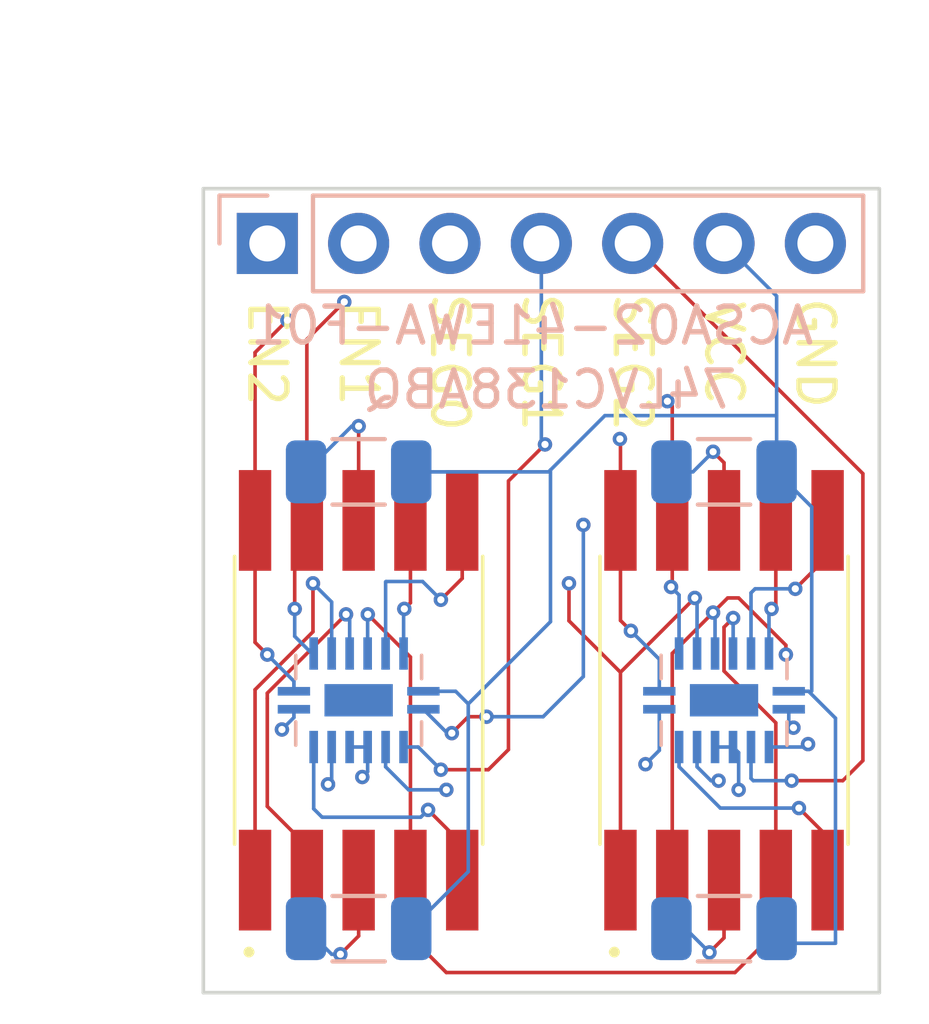
<source format=kicad_pcb>
(kicad_pcb (version 20211014) (generator pcbnew)
  (layers (0 "F.Cu" signal) (1 "In1.Cu" signal) (2 "In2.Cu" signal) (31 "B.Cu" signal) (34 "B.Paste" user) (35 "F.Paste" user) (36 "B.SilkS" user "B.Silkscreen") (37 "F.SilkS" user "F.Silkscreen") (38 "B.Mask" user) (39 "F.Mask" user) (44 "Edge.Cuts" user))
  (net 0 "")
  (net 1 "VCC")
  (net 2 "GND")
  (net 3 "SEG_IN0")
  (net 4 "SEG_IN1")
  (net 5 "SEG_IN2")
  (net 6 "Net-(DS2-Pad3)")
  (net 7 "SEG_DP")
  (net 8 "SEG_G")
  (net 9 "SEG_F")
  (net 10 "SEG_E")
  (net 11 "SEG_D")
  (net 12 "SEG_C")
  (net 13 "SEG_B")
  (net 14 "SEG_A")
  (net 16 "Net-(DS1-Pad3)")
  (net 17 "Net-(DS1-Pad8)")
  (net 18 "Net-(DS2-Pad8)")
  (net 19 "SEG_IN2_ENABLE")
  (net 21 "SEG_IN1_ENABLE")
  (footprint "SamacSys_Parts:ACSA0241EWAF01" (layer "F.Cu") (at 118.11 87.63)
    (fp_text reference "DS1")
    (fp_text value "ACSA02-41EWA-F01" hide)
    (fp_line (start -3.1 7) (end -3.1 7) (layer "F.SilkS") (width 0.2))
    (fp_line (start -3.45 -4) (end -3.45 4) (layer "F.SilkS") (width 0.1))
    (fp_line (start 3.45 -4) (end 3.45 4) (layer "F.SilkS") (width 0.1))
    (fp_line (start -3 7) (end -3 7) (layer "F.SilkS") (width 0.2))
    (fp_arc (start -3.1 7) (mid -3.05 6.95) (end -3 7) (layer "F.SilkS") (width 0.2))
    (fp_arc (start -3 7) (mid -3.05 7.05) (end -3.1 7) (layer "F.SilkS") (width 0.2))
    (pad "1" smd rect locked (at -2.88 5) (size 0.9 2.8) (layers "F.Cu" "F.Paste" "F.Mask") (net 10 "SEG_E"))
    (pad "2" smd rect locked (at -1.44 5) (size 0.9 2.8) (layers "F.Cu" "F.Paste" "F.Mask") (net 11 "SEG_D"))
    (pad "3" smd rect locked (at 0 5) (size 0.9 2.8) (layers "F.Cu" "F.Paste" "F.Mask") (net 16 "Net-(DS1-Pad3)"))
    (pad "4" smd rect locked (at 1.44 5) (size 0.9 2.8) (layers "F.Cu" "F.Paste" "F.Mask") (net 12 "SEG_C"))
    (pad "5" smd rect locked (at 2.88 5) (size 0.9 2.8) (layers "F.Cu" "F.Paste" "F.Mask") (net 7 "SEG_DP"))
    (pad "6" smd rect locked (at 2.88 -5) (size 0.9 2.8) (layers "F.Cu" "F.Paste" "F.Mask") (net 13 "SEG_B"))
    (pad "7" smd rect locked (at 1.44 -5) (size 0.9 2.8) (layers "F.Cu" "F.Paste" "F.Mask") (net 14 "SEG_A"))
    (pad "8" smd rect locked (at 0 -5) (size 0.9 2.8) (layers "F.Cu" "F.Paste" "F.Mask") (net 17 "Net-(DS1-Pad8)"))
    (pad "9" smd rect locked (at -1.44 -5) (size 0.9 2.8) (layers "F.Cu" "F.Paste" "F.Mask") (net 9 "SEG_F"))
    (pad "10" smd rect locked (at -2.88 -5) (size 0.9 2.8) (layers "F.Cu" "F.Paste" "F.Mask") (net 8 "SEG_G"))
  )
  (footprint "SamacSys_Parts:ACSA0241EWAF01" (layer "F.Cu") (at 128.27 87.63)
    (fp_text reference "DS2")
    (fp_text value "ACSA02-41EWA-F01" hide)
    (fp_line (start -3 7) (end -3 7) (layer "F.SilkS") (width 0.2))
    (fp_line (start 3.45 -4) (end 3.45 4) (layer "F.SilkS") (width 0.1))
    (fp_line (start -3.45 -4) (end -3.45 4) (layer "F.SilkS") (width 0.1))
    (fp_line (start -3.1 7) (end -3.1 7) (layer "F.SilkS") (width 0.2))
    (fp_arc (start -3 7) (mid -3.05 7.05) (end -3.1 7) (layer "F.SilkS") (width 0.2))
    (fp_arc (start -3.1 7) (mid -3.05 6.95) (end -3 7) (layer "F.SilkS") (width 0.2))
    (pad "1" smd rect locked (at -2.88 5) (size 0.9 2.8) (layers "F.Cu" "F.Paste" "F.Mask") (net 10 "SEG_E"))
    (pad "2" smd rect locked (at -1.44 5) (size 0.9 2.8) (layers "F.Cu" "F.Paste" "F.Mask") (net 11 "SEG_D"))
    (pad "3" smd rect locked (at 0 5) (size 0.9 2.8) (layers "F.Cu" "F.Paste" "F.Mask") (net 6 "Net-(DS2-Pad3)"))
    (pad "4" smd rect locked (at 1.44 5) (size 0.9 2.8) (layers "F.Cu" "F.Paste" "F.Mask") (net 12 "SEG_C"))
    (pad "5" smd rect locked (at 2.88 5) (size 0.9 2.8) (layers "F.Cu" "F.Paste" "F.Mask") (net 7 "SEG_DP"))
    (pad "6" smd rect locked (at 2.88 -5) (size 0.9 2.8) (layers "F.Cu" "F.Paste" "F.Mask") (net 13 "SEG_B"))
    (pad "7" smd rect locked (at 1.44 -5) (size 0.9 2.8) (layers "F.Cu" "F.Paste" "F.Mask") (net 14 "SEG_A"))
    (pad "8" smd rect locked (at 0 -5) (size 0.9 2.8) (layers "F.Cu" "F.Paste" "F.Mask") (net 18 "Net-(DS2-Pad8)"))
    (pad "9" smd rect locked (at -1.44 -5) (size 0.9 2.8) (layers "F.Cu" "F.Paste" "F.Mask") (net 9 "SEG_F"))
    (pad "10" smd rect locked (at -2.88 -5) (size 0.9 2.8) (layers "F.Cu" "F.Paste" "F.Mask") (net 8 "SEG_G"))
  )
  (footprint "Resistor_SMD:R_1206_3216Metric" (layer "B.Cu") (at 118.11 93.98 180)
    (fp_text reference "R1")
    (fp_text value "220")
    (fp_line (start -0.727064 0.91) (end 0.727064 0.91) (layer "B.SilkS") (width 0.12))
    (fp_line (start -0.727064 -0.91) (end 0.727064 -0.91) (layer "B.SilkS") (width 0.12))
    (pad "1" smd roundrect locked (at -1.4625 0 180) (size 1.125 1.75) (layers "B.Cu" "B.Paste" "B.Mask") (roundrect_rratio 0.2222222222) (net 1 "VCC"))
    (pad "2" smd roundrect locked (at 1.4625 0 180) (size 1.125 1.75) (layers "B.Cu" "B.Paste" "B.Mask") (roundrect_rratio 0.2222222222) (net 16 "Net-(DS1-Pad3)"))
  )
  (footprint "Resistor_SMD:R_1206_3216Metric" (layer "B.Cu") (at 128.27 81.28 180)
    (fp_text reference "R4")
    (fp_text value "220")
    (fp_line (start -0.727064 -0.91) (end 0.727064 -0.91) (layer "B.SilkS") (width 0.12))
    (fp_line (start -0.727064 0.91) (end 0.727064 0.91) (layer "B.SilkS") (width 0.12))
    (pad "1" smd roundrect locked (at -1.4625 0 180) (size 1.125 1.75) (layers "B.Cu" "B.Paste" "B.Mask") (roundrect_rratio 0.2222222222) (net 1 "VCC"))
    (pad "2" smd roundrect locked (at 1.4625 0 180) (size 1.125 1.75) (layers "B.Cu" "B.Paste" "B.Mask") (roundrect_rratio 0.2222222222) (net 18 "Net-(DS2-Pad8)"))
  )
  (footprint "SamacSys_Parts:74AHCT595BQ115" (layer "B.Cu") (at 118.11 87.63 180)
    (fp_text reference "IC1")
    (fp_text value "74LVC138ABQ,115" hide)
    (fp_line (start -1.75 1.25) (end -1.75 0.6) (layer "B.SilkS") (width 0.1))
    (fp_line (start 1.75 -0.6) (end 1.75 -1.25) (layer "B.SilkS") (width 0.1))
    (fp_line (start 1.75 1.25) (end 1.75 0.6) (layer "B.SilkS") (width 0.1))
    (fp_line (start -1.75 -0.6) (end -1.75 -1.25) (layer "B.SilkS") (width 0.1))
    (pad "1" smd rect locked (at -1.8 -0.25 90) (size 0.24 0.9) (layers "B.Cu" "B.Paste" "B.Mask") (net 3 "SEG_IN0"))
    (pad "2" smd rect locked (at -1.25 -1.3 180) (size 0.24 0.9) (layers "B.Cu" "B.Paste" "B.Mask") (net 4 "SEG_IN1"))
    (pad "3" smd rect locked (at -0.75 -1.3 180) (size 0.24 0.9) (layers "B.Cu" "B.Paste" "B.Mask") (net 5 "SEG_IN2"))
    (pad "4" smd rect locked (at -0.25 -1.3 180) (size 0.24 0.9) (layers "B.Cu" "B.Paste" "B.Mask") (net 2 "GND"))
    (pad "5" smd rect locked (at 0.25 -1.3 180) (size 0.24 0.9) (layers "B.Cu" "B.Paste" "B.Mask") (net 2 "GND"))
    (pad "6" smd rect locked (at 0.75 -1.3 180) (size 0.24 0.9) (layers "B.Cu" "B.Paste" "B.Mask") (net 19 "SEG_IN2_ENABLE"))
    (pad "7" smd rect locked (at 1.25 -1.3 180) (size 0.24 0.9) (layers "B.Cu" "B.Paste" "B.Mask") (net 7 "SEG_DP"))
    (pad "8" smd rect locked (at 1.8 -0.25 90) (size 0.24 0.9) (layers "B.Cu" "B.Paste" "B.Mask") (net 2 "GND"))
    (pad "9" smd rect locked (at 1.8 0.25 90) (size 0.24 0.9) (layers "B.Cu" "B.Paste" "B.Mask") (net 8 "SEG_G"))
    (pad "10" smd rect locked (at 1.25 1.3 180) (size 0.24 0.9) (layers "B.Cu" "B.Paste" "B.Mask") (net 9 "SEG_F"))
    (pad "11" smd rect locked (at 0.75 1.3 180) (size 0.24 0.9) (layers "B.Cu" "B.Paste" "B.Mask") (net 10 "SEG_E"))
    (pad "12" smd rect locked (at 0.25 1.3 180) (size 0.24 0.9) (layers "B.Cu" "B.Paste" "B.Mask") (net 11 "SEG_D"))
    (pad "13" smd rect locked (at -0.25 1.3 180) (size 0.24 0.9) (layers "B.Cu" "B.Paste" "B.Mask") (net 12 "SEG_C"))
    (pad "14" smd rect locked (at -0.75 1.3 180) (size 0.24 0.9) (layers "B.Cu" "B.Paste" "B.Mask") (net 13 "SEG_B"))
    (pad "15" smd rect locked (at -1.25 1.3 180) (size 0.24 0.9) (layers "B.Cu" "B.Paste" "B.Mask") (net 14 "SEG_A"))
    (pad "16" smd rect locked (at -1.8 0.25 90) (size 0.24 0.9) (layers "B.Cu" "B.Paste" "B.Mask") (net 1 "VCC"))
    (pad "17" smd rect locked (at 0 0 90) (size 0.9 1.9) (layers "B.Cu" "B.Paste" "B.Mask"))
  )
  (footprint "Connector_PinHeader_2.54mm:PinHeader_1x07_P2.54mm_Vertical" (layer "B.Cu") (at 115.57 74.93 -90)
    (fp_text reference "J1")
    (fp_text value "Conn_01x07_Male")
    (fp_line (start -1.33 -16.57) (end 1.33 -16.57) (layer "B.SilkS") (width 0.12))
    (fp_line (start 1.33 -1.27) (end 1.33 -16.57) (layer "B.SilkS") (width 0.12))
    (fp_line (start -1.33 0) (end -1.33 1.33) (layer "B.SilkS") (width 0.12))
    (fp_line (start -1.33 1.33) (end 0 1.33) (layer "B.SilkS") (width 0.12))
    (fp_line (start -1.33 -1.27) (end 1.33 -1.27) (layer "B.SilkS") (width 0.12))
    (fp_line (start -1.33 -1.27) (end -1.33 -16.57) (layer "B.SilkS") (width 0.12))
    (pad "1" thru_hole rect locked (at 0 0 270) (size 1.7 1.7) (drill 1) (layers *.Cu *.Mask) (net 19 "SEG_IN2_ENABLE"))
    (pad "2" thru_hole oval locked (at 0 -2.54 270) (size 1.7 1.7) (drill 1) (layers *.Cu *.Mask) (net 21 "SEG_IN1_ENABLE"))
    (pad "3" thru_hole oval locked (at 0 -5.08 270) (size 1.7 1.7) (drill 1) (layers *.Cu *.Mask) (net 3 "SEG_IN0"))
    (pad "4" thru_hole oval locked (at 0 -7.62 270) (size 1.7 1.7) (drill 1) (layers *.Cu *.Mask) (net 4 "SEG_IN1"))
    (pad "5" thru_hole oval locked (at 0 -10.16 270) (size 1.7 1.7) (drill 1) (layers *.Cu *.Mask) (net 5 "SEG_IN2"))
    (pad "6" thru_hole oval locked (at 0 -12.7 270) (size 1.7 1.7) (drill 1) (layers *.Cu *.Mask) (net 1 "VCC"))
    (pad "7" thru_hole oval locked (at 0 -15.24 270) (size 1.7 1.7) (drill 1) (layers *.Cu *.Mask) (net 2 "GND"))
  )
  (footprint "SamacSys_Parts:74AHCT595BQ115" (layer "B.Cu") (at 128.27 87.63 180)
    (fp_text reference "IC2")
    (fp_text value "74LVC138ABQ,115" hide)
    (fp_line (start 1.75 1.25) (end 1.75 0.6) (layer "B.SilkS") (width 0.1))
    (fp_line (start 1.75 -0.6) (end 1.75 -1.25) (layer "B.SilkS") (width 0.1))
    (fp_line (start -1.75 -0.6) (end -1.75 -1.25) (layer "B.SilkS") (width 0.1))
    (fp_line (start -1.75 1.25) (end -1.75 0.6) (layer "B.SilkS") (width 0.1))
    (pad "1" smd rect locked (at -1.8 -0.25 90) (size 0.24 0.9) (layers "B.Cu" "B.Paste" "B.Mask") (net 3 "SEG_IN0"))
    (pad "2" smd rect locked (at -1.25 -1.3 180) (size 0.24 0.9) (layers "B.Cu" "B.Paste" "B.Mask") (net 4 "SEG_IN1"))
    (pad "3" smd rect locked (at -0.75 -1.3 180) (size 0.24 0.9) (layers "B.Cu" "B.Paste" "B.Mask") (net 5 "SEG_IN2"))
    (pad "4" smd rect locked (at -0.25 -1.3 180) (size 0.24 0.9) (layers "B.Cu" "B.Paste" "B.Mask") (net 2 "GND"))
    (pad "5" smd rect locked (at 0.25 -1.3 180) (size 0.24 0.9) (layers "B.Cu" "B.Paste" "B.Mask") (net 2 "GND"))
    (pad "6" smd rect locked (at 0.75 -1.3 180) (size 0.24 0.9) (layers "B.Cu" "B.Paste" "B.Mask") (net 21 "SEG_IN1_ENABLE"))
    (pad "7" smd rect locked (at 1.25 -1.3 180) (size 0.24 0.9) (layers "B.Cu" "B.Paste" "B.Mask") (net 7 "SEG_DP"))
    (pad "8" smd rect locked (at 1.8 -0.25 90) (size 0.24 0.9) (layers "B.Cu" "B.Paste" "B.Mask") (net 2 "GND"))
    (pad "9" smd rect locked (at 1.8 0.25 90) (size 0.24 0.9) (layers "B.Cu" "B.Paste" "B.Mask") (net 8 "SEG_G"))
    (pad "10" smd rect locked (at 1.25 1.3 180) (size 0.24 0.9) (layers "B.Cu" "B.Paste" "B.Mask") (net 9 "SEG_F"))
    (pad "11" smd rect locked (at 0.75 1.3 180) (size 0.24 0.9) (layers "B.Cu" "B.Paste" "B.Mask") (net 10 "SEG_E"))
    (pad "12" smd rect locked (at 0.25 1.3 180) (size 0.24 0.9) (layers "B.Cu" "B.Paste" "B.Mask") (net 11 "SEG_D"))
    (pad "13" smd rect locked (at -0.25 1.3 180) (size 0.24 0.9) (layers "B.Cu" "B.Paste" "B.Mask") (net 12 "SEG_C"))
    (pad "14" smd rect locked (at -0.75 1.3 180) (size 0.24 0.9) (layers "B.Cu" "B.Paste" "B.Mask") (net 13 "SEG_B"))
    (pad "15" smd rect locked (at -1.25 1.3 180) (size 0.24 0.9) (layers "B.Cu" "B.Paste" "B.Mask") (net 14 "SEG_A"))
    (pad "16" smd rect locked (at -1.8 0.25 90) (size 0.24 0.9) (layers "B.Cu" "B.Paste" "B.Mask") (net 1 "VCC"))
    (pad "17" smd rect locked (at 0 0 90) (size 0.9 1.9) (layers "B.Cu" "B.Paste" "B.Mask"))
  )
  (footprint "Resistor_SMD:R_1206_3216Metric" (layer "B.Cu") (at 118.11 81.28 180)
    (fp_text reference "R3")
    (fp_text value "220")
    (fp_line (start -0.727064 0.91) (end 0.727064 0.91) (layer "B.SilkS") (width 0.12))
    (fp_line (start -0.727064 -0.91) (end 0.727064 -0.91) (layer "B.SilkS") (width 0.12))
    (pad "1" smd roundrect locked (at -1.4625 0 180) (size 1.125 1.75) (layers "B.Cu" "B.Paste" "B.Mask") (roundrect_rratio 0.2222222222) (net 1 "VCC"))
    (pad "2" smd roundrect locked (at 1.4625 0 180) (size 1.125 1.75) (layers "B.Cu" "B.Paste" "B.Mask") (roundrect_rratio 0.2222222222) (net 17 "Net-(DS1-Pad8)"))
  )
  (footprint "Resistor_SMD:R_1206_3216Metric" (layer "B.Cu") (at 128.27 93.98 180)
    (fp_text reference "R2")
    (fp_text value "220")
    (fp_line (start -0.727064 -0.91) (end 0.727064 -0.91) (layer "B.SilkS") (width 0.12))
    (fp_line (start -0.727064 0.91) (end 0.727064 0.91) (layer "B.SilkS") (width 0.12))
    (pad "1" smd roundrect locked (at -1.4625 0 180) (size 1.125 1.75) (layers "B.Cu" "B.Paste" "B.Mask") (roundrect_rratio 0.2222222222) (net 1 "VCC"))
    (pad "2" smd roundrect locked (at 1.4625 0 180) (size 1.125 1.75) (layers "B.Cu" "B.Paste" "B.Mask") (roundrect_rratio 0.2222222222) (net 6 "Net-(DS2-Pad3)"))
  )
  (gr_line (start 132.588 73.406) (end 113.792 73.406) (layer "Edge.Cuts") (width 0.1))
  (gr_line (start 113.792 95.758) (end 132.588 95.758) (layer "Edge.Cuts") (width 0.1))
  (gr_line (start 132.588 95.758) (end 132.588 73.406) (layer "Edge.Cuts") (width 0.1))
  (gr_line (start 113.792 73.406) (end 113.792 95.758) (layer "Edge.Cuts") (width 0.1))
  (gr_text "ACSA02-41EWA-F01" (at 122.936 77.216) (layer "B.SilkS") (effects (font (size 1 1)) (justify mirror)))
  (gr_text "74LVC138ABQ" (at 123.444 78.994) (layer "B.SilkS") (effects (font (size 1 1)) (justify mirror)))
  (gr_text "VCC" (at 128.27 77.978 270) (layer "F.SilkS") (effects (font (size 1 1))))
  (gr_text "EN1" (at 118.11 77.978 270) (layer "F.SilkS") (effects (font (size 1 1))))
  (gr_text "EN2" (at 115.57 77.978 270) (layer "F.SilkS") (effects (font (size 1 1))))
  (gr_text "SEG0" (at 120.65 78.232 270) (layer "F.SilkS") (effects (font (size 1 1))))
  (gr_text "SEG2" (at 125.73 78.232 270) (layer "F.SilkS") (effects (font (size 1 1))))
  (gr_text "SEG1" (at 123.19 78.232 270) (layer "F.SilkS") (effects (font (size 1 1))))
  (gr_text "GND" (at 130.81 77.978 270) (layer "F.SilkS") (effects (font (size 1 1))))
  (segment (start 130.7084 82.2559) (end 130.7084 87.376) (width 0.1) (layer "B.Cu") (net 1))
  (segment (start 123.444 85.4456) (end 123.444 81.2292) (width 0.1) (layer "B.Cu") (net 1))
  (segment (start 130.07 87.38) (end 130.62 87.38) (width 0.1) (layer "B.Cu") (net 1))
  (segment (start 128.27 74.93) (end 129.7325 76.3925) (width 0.1) (layer "B.Cu") (net 1))
  (segment (start 129.7325 79.7159) (end 129.7325 81.28) (width 0.1) (layer "B.Cu") (net 1))
  (segment (start 121.158 87.7316) (end 120.8064 87.38) (width 0.1) (layer "B.Cu") (net 1))
  (segment (start 131.3688 94.3864) (end 130.1389 94.3864) (width 0.1) (layer "B.Cu") (net 1))
  (segment (start 124.9573 79.7159) (end 129.7325 79.7159) (width 0.1) (layer "B.Cu") (net 1))
  (segment (start 121.158 92.3945) (end 121.158 87.7316) (width 0.1) (layer "B.Cu") (net 1))
  (segment (start 129.7325 81.28) (end 130.7084 82.2559) (width 0.1) (layer "B.Cu") (net 1))
  (segment (start 123.3932 81.28) (end 123.444 81.2292) (width 0.1) (layer "B.Cu") (net 1))
  (segment (start 123.444 81.2292) (end 124.9573 79.7159) (width 0.1) (layer "B.Cu") (net 1))
  (segment (start 120.8064 87.38) (end 119.91 87.38) (width 0.1) (layer "B.Cu") (net 1))
  (segment (start 131.3688 88.1288) (end 131.3688 94.3864) (width 0.1) (layer "B.Cu") (net 1))
  (segment (start 130.62 87.38) (end 131.3688 88.1288) (width 0.1) (layer "B.Cu") (net 1))
  (segment (start 121.158 87.7316) (end 123.444 85.4456) (width 0.1) (layer "B.Cu") (net 1))
  (segment (start 119.5725 93.98) (end 121.158 92.3945) (width 0.1) (layer "B.Cu") (net 1))
  (segment (start 129.7325 76.3925) (end 129.7325 79.7159) (width 0.1) (layer "B.Cu") (net 1))
  (segment (start 130.1389 94.3864) (end 129.7325 93.98) (width 0.1) (layer "B.Cu") (net 1))
  (segment (start 119.5725 81.28) (end 123.3932 81.28) (width 0.1) (layer "B.Cu") (net 1))
  (via (at 126.0856 89.408) (size 0.4) (drill 0.2) (layers "F.Cu" "B.Cu") (net 2))
  (via (at 118.2116 89.7636) (size 0.4) (drill 0.2) (layers "F.Cu" "B.Cu") (net 2))
  (via (at 115.9764 88.4428) (size 0.4) (drill 0.2) (layers "F.Cu" "B.Cu") (net 2))
  (via (at 128.6764 90.1192) (size 0.4) (drill 0.2) (layers "F.Cu" "B.Cu") (net 2))
  (segment (start 118.36 89.6152) (end 118.2116 89.7636) (width 0.1) (layer "B.Cu") (net 2))
  (segment (start 128.52 88.93) (end 128.02 88.93) (width 0.1) (layer "B.Cu") (net 2))
  (segment (start 117.86 88.93) (end 118.36 88.93) (width 0.1) (layer "B.Cu") (net 2))
  (segment (start 116.31 88.1092) (end 115.9764 88.4428) (width 0.1) (layer "B.Cu") (net 2))
  (segment (start 128.52 88.93) (end 128.6764 89.0864) (width 0.1) (layer "B.Cu") (net 2))
  (segment (start 126.47 87.88) (end 126.47 89.0236) (width 0.1) (layer "B.Cu") (net 2))
  (segment (start 118.36 88.93) (end 118.36 89.6152) (width 0.1) (layer "B.Cu") (net 2))
  (segment (start 116.31 87.88) (end 116.31 88.1092) (width 0.1) (layer "B.Cu") (net 2))
  (segment (start 126.47 89.0236) (end 126.0856 89.408) (width 0.1) (layer "B.Cu") (net 2))
  (segment (start 128.6764 89.0864) (end 128.6764 90.1192) (width 0.1) (layer "B.Cu") (net 2))
  (segment (start 121.158 88.0872) (end 120.7008 88.5444) (width 0.1) (layer "F.Cu") (net 3))
  (segment (start 121.666 88.0872) (end 121.158 88.0872) (width 0.1) (layer "F.Cu") (net 3))
  (via (at 120.7008 88.5444) (size 0.4) (drill 0.2) (layers "F.Cu" "B.Cu") (net 3))
  (via (at 124.3584 82.7532) (size 0.4) (drill 0.2) (layers "F.Cu" "B.Cu") (net 3))
  (via (at 130.2004 88.392) (size 0.4) (drill 0.2) (layers "F.Cu" "B.Cu") (net 3))
  (via (at 121.666 88.0872) (size 0.4) (drill 0.2) (layers "F.Cu" "B.Cu") (net 3))
  (segment (start 124.3584 86.9696) (end 123.7996 87.5284) (width 0.1) (layer "B.Cu") (net 3))
  (segment (start 123.7996 87.5284) (end 123.2408 88.0872) (width 0.1) (layer "B.Cu") (net 3))
  (segment (start 123.2408 88.0872) (end 121.666 88.0872) (width 0.1) (layer "B.Cu") (net 3))
  (segment (start 130.07 88.2616) (end 130.2004 88.392) (width 0.1) (layer "B.Cu") (net 3))
  (segment (start 120.7008 88.5444) (end 120.5744 88.5444) (width 0.1) (layer "B.Cu") (net 3))
  (segment (start 124.3584 82.7532) (end 124.3584 86.9696) (width 0.1) (layer "B.Cu") (net 3))
  (segment (start 120.5744 88.5444) (end 119.91 87.88) (width 0.1) (layer "B.Cu") (net 3))
  (segment (start 130.07 87.88) (end 130.07 88.2616) (width 0.1) (layer "B.Cu") (net 3))
  (segment (start 122.2756 89.0016) (end 121.7168 89.5604) (width 0.1) (layer "F.Cu") (net 4))
  (segment (start 121.7168 89.5604) (end 120.396 89.5604) (width 0.1) (layer "F.Cu") (net 4))
  (segment (start 122.2756 81.534) (end 122.2756 89.0016) (width 0.1) (layer "F.Cu") (net 4))
  (segment (start 123.2916 80.518) (end 122.2756 81.534) (width 0.1) (layer "F.Cu") (net 4))
  (via (at 130.6068 88.8492) (size 0.4) (drill 0.2) (layers "F.Cu" "B.Cu") (net 4))
  (via (at 120.396 89.5604) (size 0.4) (drill 0.2) (layers "F.Cu" "B.Cu") (net 4))
  (via (at 123.2916 80.518) (size 0.4) (drill 0.2) (layers "F.Cu" "B.Cu") (net 4))
  (segment (start 119.7656 88.93) (end 119.36 88.93) (width 0.1) (layer "B.Cu") (net 4))
  (segment (start 120.396 89.5604) (end 119.7656 88.93) (width 0.1) (layer "B.Cu") (net 4))
  (segment (start 123.19 74.93) (end 123.19 80.4164) (width 0.1) (layer "B.Cu") (net 4))
  (segment (start 123.19 80.4164) (end 123.2916 80.518) (width 0.1) (layer "B.Cu") (net 4))
  (segment (start 130.526 88.93) (end 129.52 88.93) (width 0.1) (layer "B.Cu") (net 4))
  (segment (start 130.6068 88.8492) (end 130.526 88.93) (width 0.1) (layer "B.Cu") (net 4))
  (segment (start 132.1308 81.3308) (end 132.1308 89.3064) (width 0.1) (layer "F.Cu") (net 5))
  (segment (start 132.1308 89.3064) (end 131.572 89.8652) (width 0.1) (layer "F.Cu") (net 5))
  (segment (start 125.73 74.93) (end 132.1308 81.3308) (width 0.1) (layer "F.Cu") (net 5))
  (segment (start 131.572 89.8652) (end 130.1496 89.8652) (width 0.1) (layer "F.Cu") (net 5))
  (via (at 120.5484 90.1192) (size 0.4) (drill 0.2) (layers "F.Cu" "B.Cu") (net 5))
  (via (at 130.1496 89.8652) (size 0.4) (drill 0.2) (layers "F.Cu" "B.Cu") (net 5))
  (segment (start 129.02 89.8024) (end 129.02 88.93) (width 0.1) (layer "B.Cu") (net 5))
  (segment (start 129.0828 89.8652) (end 129.02 89.8024) (width 0.1) (layer "B.Cu") (net 5))
  (segment (start 118.86 89.48) (end 119.4992 90.1192) (width 0.1) (layer "B.Cu") (net 5))
  (segment (start 118.86 88.93) (end 118.86 89.48) (width 0.1) (layer "B.Cu") (net 5))
  (segment (start 119.4992 90.1192) (end 120.5484 90.1192) (width 0.1) (layer "B.Cu") (net 5))
  (segment (start 130.1496 89.8652) (end 129.0828 89.8652) (width 0.1) (layer "B.Cu") (net 5))
  (segment (start 128.27 92.63) (end 128.27 94.234) (width 0.1) (layer "F.Cu") (net 6))
  (segment (start 128.27 94.234) (end 127.8636 94.6404) (width 0.1) (layer "F.Cu") (net 6))
  (via (at 127.8636 94.6404) (size 0.4) (drill 0.2) (layers "F.Cu" "B.Cu") (net 6))
  (segment (start 127.2032 93.98) (end 126.8075 93.98) (width 0.1) (layer "B.Cu") (net 6))
  (segment (start 127.8636 94.6404) (end 127.2032 93.98) (width 0.1) (layer "B.Cu") (net 6))
  (segment (start 120.99 91.6276) (end 120.0404 90.678) (width 0.1) (layer "F.Cu") (net 7))
  (segment (start 131.15 91.4244) (end 130.3528 90.6272) (width 0.1) (layer "F.Cu") (net 7))
  (segment (start 120.99 92.63) (end 120.99 91.6276) (width 0.1) (layer "F.Cu") (net 7))
  (segment (start 131.15 92.63) (end 131.15 91.4244) (width 0.1) (layer "F.Cu") (net 7))
  (via (at 130.3528 90.6272) (size 0.4) (drill 0.2) (layers "F.Cu" "B.Cu") (net 7))
  (via (at 120.0404 90.678) (size 0.4) (drill 0.2) (layers "F.Cu" "B.Cu") (net 7))
  (segment (start 116.86 90.6472) (end 116.86 88.93) (width 0.1) (layer "B.Cu") (net 7))
  (segment (start 120.0404 90.678) (end 119.8372 90.8812) (width 0.1) (layer "B.Cu") (net 7))
  (segment (start 130.3528 90.6272) (end 128.1672 90.6272) (width 0.1) (layer "B.Cu") (net 7))
  (segment (start 119.8372 90.8812) (end 117.094 90.8812) (width 0.1) (layer "B.Cu") (net 7))
  (segment (start 117.094 90.8812) (end 116.86 90.6472) (width 0.1) (layer "B.Cu") (net 7))
  (segment (start 128.1672 90.6272) (end 127.02 89.48) (width 0.1) (layer "B.Cu") (net 7))
  (segment (start 127.02 89.48) (end 127.02 88.93) (width 0.1) (layer "B.Cu") (net 7))
  (segment (start 125.39 85.4104) (end 125.6792 85.6996) (width 0.1) (layer "F.Cu") (net 8))
  (segment (start 115.23 77.9624) (end 116.1288 77.0636) (width 0.1) (layer "F.Cu") (net 8))
  (segment (start 125.39 80.3812) (end 125.39 82.63) (width 0.1) (layer "F.Cu") (net 8))
  (segment (start 125.39 82.63) (end 125.39 85.4104) (width 0.1) (layer "F.Cu") (net 8))
  (segment (start 115.23 82.63) (end 115.23 77.9624) (width 0.1) (layer "F.Cu") (net 8))
  (segment (start 115.23 86.02) (end 115.57 86.36) (width 0.1) (layer "F.Cu") (net 8))
  (segment (start 125.3744 80.3656) (end 125.39 80.3812) (width 0.1) (layer "F.Cu") (net 8))
  (segment (start 115.23 82.63) (end 115.23 86.02) (width 0.1) (layer "F.Cu") (net 8))
  (via (at 115.57 86.36) (size 0.4) (drill 0.2) (layers "F.Cu" "B.Cu") (net 8))
  (via (at 125.3744 80.3656) (size 0.4) (drill 0.2) (layers "F.Cu" "B.Cu") (net 8))
  (via (at 116.1288 77.0636) (size 0.4) (drill 0.2) (layers "F.Cu" "B.Cu") (net 8))
  (via (at 125.6792 85.6996) (size 0.4) (drill 0.2) (layers "F.Cu" "B.Cu") (net 8))
  (segment (start 116.31 87.1) (end 116.31 87.38) (width 0.1) (layer "B.Cu") (net 8))
  (segment (start 126.47 86.4904) (end 126.47 87.38) (width 0.1) (layer "B.Cu") (net 8))
  (segment (start 115.57 86.36) (end 116.31 87.1) (width 0.1) (layer "B.Cu") (net 8))
  (segment (start 125.6792 85.6996) (end 126.47 86.4904) (width 0.1) (layer "B.Cu") (net 8))
  (segment (start 126.83 79.4512) (end 126.83 82.63) (width 0.1) (layer "F.Cu") (net 9))
  (segment (start 126.83 84.4472) (end 126.7968 84.4804) (width 0.1) (layer "F.Cu") (net 9))
  (segment (start 126.6952 79.3164) (end 126.83 79.4512) (width 0.1) (layer "F.Cu") (net 9))
  (segment (start 116.332 85.09) (end 116.332 82.968) (width 0.1) (layer "F.Cu") (net 9))
  (segment (start 116.67 82.63) (end 116.67 77.5961) (width 0.1) (layer "F.Cu") (net 9))
  (segment (start 116.332 82.968) (end 116.67 82.63) (width 0.1) (layer "F.Cu") (net 9))
  (segment (start 116.67 77.5961) (end 117.7105 76.5556) (width 0.1) (layer "F.Cu") (net 9))
  (segment (start 126.83 82.63) (end 126.83 84.4472) (width 0.1) (layer "F.Cu") (net 9))
  (via (at 116.332 85.09) (size 0.4) (drill 0.2) (layers "F.Cu" "B.Cu") (net 9))
  (via (at 126.7968 84.4804) (size 0.4) (drill 0.2) (layers "F.Cu" "B.Cu") (net 9))
  (via (at 117.7105 76.5556) (size 0.4) (drill 0.2) (layers "F.Cu" "B.Cu") (net 9))
  (via (at 126.6952 79.3164) (size 0.4) (drill 0.2) (layers "F.Cu" "B.Cu") (net 9))
  (segment (start 116.332 85.09) (end 116.332 85.852) (width 0.1) (layer "B.Cu") (net 9))
  (segment (start 116.332 85.852) (end 116.81 86.33) (width 0.1) (layer "B.Cu") (net 9))
  (segment (start 116.81 86.33) (end 116.86 86.33) (width 0.1) (layer "B.Cu") (net 9))
  (segment (start 127.02 84.7036) (end 127.02 86.33) (width 0.1) (layer "B.Cu") (net 9))
  (segment (start 126.7968 84.4804) (end 127.02 84.7036) (width 0.1) (layer "B.Cu") (net 9))
  (segment (start 123.9589 85.4213) (end 125.39 86.8524) (width 0.1) (layer "F.Cu") (net 10))
  (segment (start 125.39 86.8524) (end 127.4572 84.7852) (width 0.1) (layer "F.Cu") (net 10))
  (segment (start 116.84 85.725724) (end 115.23 87.335724) (width 0.1) (layer "F.Cu") (net 10))
  (segment (start 123.9589 84.3788) (end 123.9589 85.4213) (width 0.1) (layer "F.Cu") (net 10))
  (segment (start 116.84 84.379502) (end 116.84 85.725724) (width 0.1) (layer "F.Cu") (net 10))
  (segment (start 115.23 87.335724) (end 115.23 92.63) (width 0.1) (layer "F.Cu") (net 10))
  (segment (start 125.39 92.63) (end 125.39 86.8524) (width 0.1) (layer "F.Cu") (net 10))
  (via (at 123.9589 84.3788) (size 0.4) (drill 0.2) (layers "F.Cu" "B.Cu") (net 10))
  (via (at 127.4572 84.7852) (size 0.4) (drill 0.2) (layers "F.Cu" "B.Cu") (net 10))
  (via (at 116.84 84.379502) (size 0.4) (drill 0.2) (layers "F.Cu" "B.Cu") (net 10))
  (segment (start 116.84 84.379502) (end 117.36 84.899502) (width 0.1) (layer "B.Cu") (net 10))
  (segment (start 127.52 84.848) (end 127.52 86.33) (width 0.1) (layer "B.Cu") (net 10))
  (segment (start 127.4572 84.7852) (end 127.52 84.848) (width 0.1) (layer "B.Cu") (net 10))
  (segment (start 117.36 84.899502) (end 117.36 86.33) (width 0.1) (layer "B.Cu") (net 10))
  (segment (start 115.57 90.58) (end 115.57 87.5792) (width 0.1) (layer "F.Cu") (net 11))
  (segment (start 128.3716 84.7852) (end 127.9652 85.1916) (width 0.1) (layer "F.Cu") (net 11))
  (segment (start 116.67 92.63) (end 116.67 91.68) (width 0.1) (layer "F.Cu") (net 11))
  (segment (start 128.6764 84.7852) (end 128.3716 84.7852) (width 0.1) (layer "F.Cu") (net 11))
  (segment (start 126.83 86.3268) (end 127.9652 85.1916) (width 0.1) (layer "F.Cu") (net 11))
  (segment (start 115.57 87.5792) (end 115.57 87.4319) (width 0.1) (layer "F.Cu") (net 11))
  (segment (start 129.989502 86.36) (end 129.989502 86.098302) (width 0.1) (layer "F.Cu") (net 11))
  (segment (start 129.989502 86.098302) (end 128.6764 84.7852) (width 0.1) (layer "F.Cu") (net 11))
  (segment (start 116.67 91.68) (end 115.57 90.58) (width 0.1) (layer "F.Cu") (net 11))
  (segment (start 115.57 87.4319) (end 117.7595 85.2424) (width 0.1) (layer "F.Cu") (net 11))
  (segment (start 126.83 92.63) (end 126.83 86.3268) (width 0.1) (layer "F.Cu") (net 11))
  (via (at 117.7595 85.2424) (size 0.4) (drill 0.2) (layers "F.Cu" "B.Cu") (net 11))
  (via (at 129.989502 86.36) (size 0.4) (drill 0.2) (layers "F.Cu" "B.Cu") (net 11))
  (via (at 127.9652 85.1916) (size 0.4) (drill 0.2) (layers "F.Cu" "B.Cu") (net 11))
  (segment (start 127.9652 85.1916) (end 128.02 85.2464) (width 0.1) (layer "B.Cu") (net 11))
  (segment (start 128.02 85.2464) (end 128.02 86.33) (width 0.1) (layer "B.Cu") (net 11))
  (segment (start 117.86 85.3429) (end 117.86 86.33) (width 0.1) (layer "B.Cu") (net 11))
  (segment (start 117.7595 85.2424) (end 117.86 85.3429) (width 0.1) (layer "B.Cu") (net 11))
  (segment (start 128.27 85.598) (end 128.524 85.344) (width 0.1) (layer "F.Cu") (net 12))
  (segment (start 129.71 92.63) (end 129.71 88.2572) (width 0.1) (layer "F.Cu") (net 12))
  (segment (start 129.71 94.064) (end 129.71 92.63) (width 0.1) (layer "F.Cu") (net 12))
  (segment (start 120.5484 95.1992) (end 128.5748 95.1992) (width 0.1) (layer "F.Cu") (net 12))
  (segment (start 129.71 88.2572) (end 128.27 86.8172) (width 0.1) (layer "F.Cu") (net 12))
  (segment (start 119.55 94.2008) (end 120.5484 95.1992) (width 0.1) (layer "F.Cu") (net 12))
  (segment (start 119.55 92.63) (end 119.55 94.2008) (width 0.1) (layer "F.Cu") (net 12))
  (segment (start 128.5748 95.1992) (end 129.71 94.064) (width 0.1) (layer "F.Cu") (net 12))
  (segment (start 119.55 86.4284) (end 118.364 85.2424) (width 0.1) (layer "F.Cu") (net 12))
  (segment (start 128.27 86.8172) (end 128.27 85.598) (width 0.1) (layer "F.Cu") (net 12))
  (segment (start 119.55 92.63) (end 119.55 86.4284) (width 0.1) (layer "F.Cu") (net 12))
  (via (at 128.524 85.344) (size 0.4) (drill 0.2) (layers "F.Cu" "B.Cu") (net 12))
  (via (at 118.364 85.2424) (size 0.4) (drill 0.2) (layers "F.Cu" "B.Cu") (net 12))
  (segment (start 118.36 85.2464) (end 118.36 86.33) (width 0.1) (layer "B.Cu") (net 12))
  (segment (start 128.524 86.326) (end 128.52 86.33) (width 0.1) (layer "B.Cu") (net 12))
  (segment (start 118.364 85.2424) (end 118.36 85.2464) (width 0.1) (layer "B.Cu") (net 12))
  (segment (start 128.524 85.344) (end 128.524 86.326) (width 0.1) (layer "B.Cu") (net 12))
  (segment (start 131.15 82.63) (end 131.15 83.6324) (width 0.1) (layer "F.Cu") (net 13))
  (segment (start 131.15 83.6324) (end 130.2512 84.5312) (width 0.1) (layer "F.Cu") (net 13))
  (segment (start 120.99 84.242) (end 120.396 84.836) (width 0.1) (layer "F.Cu") (net 13))
  (segment (start 120.99 82.63) (end 120.99 84.242) (width 0.1) (layer "F.Cu") (net 13))
  (via (at 120.396 84.836) (size 0.4) (drill 0.2) (layers "F.Cu" "B.Cu") (net 13))
  (via (at 130.2512 84.5312) (size 0.4) (drill 0.2) (layers "F.Cu" "B.Cu") (net 13))
  (segment (start 130.2512 84.5312) (end 129.1336 84.5312) (width 0.1) (layer "B.Cu") (net 13))
  (segment (start 129.1336 84.5312) (end 129.02 84.6448) (width 0.1) (layer "B.Cu") (net 13))
  (segment (start 118.86 84.34) (end 118.86 86.33) (width 0.1) (layer "B.Cu") (net 13))
  (segment (start 129.02 84.6448) (end 129.02 86.33) (width 0.1) (layer "B.Cu") (net 13))
  (segment (start 120.396 84.836) (end 119.888 84.328) (width 0.1) (layer "B.Cu") (net 13))
  (segment (start 119.888 84.328) (end 118.872 84.328) (width 0.1) (layer "B.Cu") (net 13))
  (segment (start 118.872 84.328) (end 118.86 84.34) (width 0.1) (layer "B.Cu") (net 13))
  (segment (start 129.71 84.9708) (end 129.5908 85.09) (width 0.1) (layer "F.Cu") (net 14))
  (segment (start 119.55 84.92) (end 119.38 85.09) (width 0.1) (layer "F.Cu") (net 14))
  (segment (start 119.55 82.63) (end 119.55 84.92) (width 0.1) (layer "F.Cu") (net 14))
  (segment (start 129.71 82.63) (end 129.71 84.9708) (width 0.1) (layer "F.Cu") (net 14))
  (via (at 129.5908 85.09) (size 0.4) (drill 0.2) (layers "F.Cu" "B.Cu") (net 14))
  (via (at 119.38 85.09) (size 0.4) (drill 0.2) (layers "F.Cu" "B.Cu") (net 14))
  (segment (start 119.38 85.09) (end 119.36 85.11) (width 0.1) (layer "B.Cu") (net 14))
  (segment (start 119.36 85.11) (end 119.36 86.33) (width 0.1) (layer "B.Cu") (net 14))
  (segment (start 129.52 85.1608) (end 129.52 86.33) (width 0.1) (layer "B.Cu") (net 14))
  (segment (start 129.5908 85.09) (end 129.52 85.1608) (width 0.1) (layer "B.Cu") (net 14))
  (segment (start 118.11 94.1832) (end 117.602 94.6912) (width 0.1) (layer "F.Cu") (net 16))
  (segment (start 118.11 92.63) (end 118.11 94.1832) (width 0.1) (layer "F.Cu") (net 16))
  (via (at 117.602 94.6912) (size 0.4) (drill 0.2) (layers "F.Cu" "B.Cu") (net 16))
  (segment (start 117.3587 94.6912) (end 116.6475 93.98) (width 0.1) (layer "B.Cu") (net 16))
  (segment (start 117.602 94.6912) (end 117.3587 94.6912) (width 0.1) (layer "B.Cu") (net 16))
  (segment (start 118.11 82.63) (end 118.11 80.01) (width 0.1) (layer "F.Cu") (net 17))
  (via (at 118.11 80.01) (size 0.4) (drill 0.2) (layers "F.Cu" "B.Cu") (net 17))
  (segment (start 118.11 80.01) (end 117.9175 80.01) (width 0.1) (layer "B.Cu") (net 17))
  (segment (start 117.9175 80.01) (end 116.6475 81.28) (width 0.1) (layer "B.Cu") (net 17))
  (segment (start 128.27 81.026) (end 127.9652 80.7212) (width 0.1) (layer "F.Cu") (net 18))
  (segment (start 128.27 82.63) (end 128.27 81.026) (width 0.1) (layer "F.Cu") (net 18))
  (via (at 127.9652 80.7212) (size 0.4) (drill 0.2) (layers "F.Cu" "B.Cu") (net 18))
  (segment (start 127.9652 80.7212) (end 127.4064 81.28) (width 0.1) (layer "B.Cu") (net 18))
  (segment (start 127.4064 81.28) (end 126.8075 81.28) (width 0.1) (layer "B.Cu") (net 18))
  (via (at 117.2595 89.9668) (size 0.4) (drill 0.2) (layers "F.Cu" "B.Cu") (net 19))
  (segment (start 117.36 89.8663) (end 117.36 88.93) (width 0.1) (layer "B.Cu") (net 19))
  (segment (start 117.2595 89.9668) (end 117.36 89.8663) (width 0.1) (layer "B.Cu") (net 19))
  (via (at 128.1176 89.8652) (size 0.4) (drill 0.2) (layers "F.Cu" "B.Cu") (net 21))
  (segment (start 127.52 88.93) (end 127.52 89.48) (width 0.1) (layer "B.Cu") (net 21))
  (segment (start 127.52 89.48) (end 127.9052 89.8652) (width 0.1) (layer "B.Cu") (net 21))
  (segment (start 127.9052 89.8652) (end 128.1176 89.8652) (width 0.1) (layer "B.Cu") (net 21))
)
</source>
